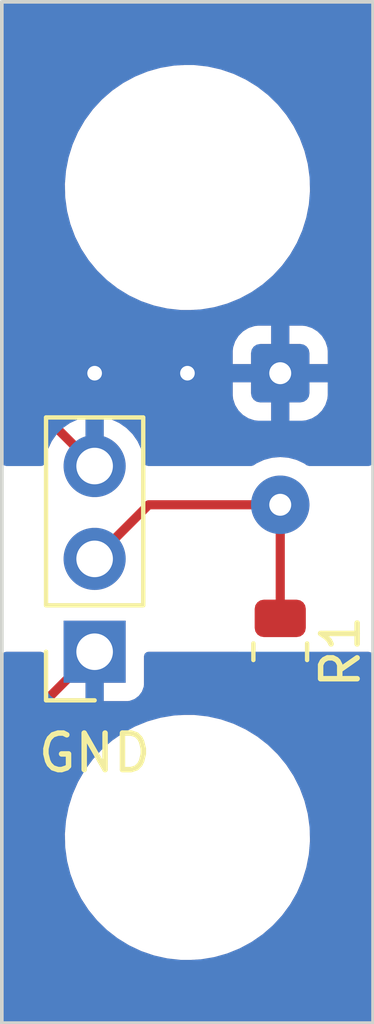
<source format=kicad_pcb>
(kicad_pcb (version 20221018) (generator pcbnew)
  (layers (0 "F.Cu" signal) (31 "B.Cu" signal) (34 "B.Paste" user) (35 "F.Paste" user) (36 "B.SilkS" user "B.Silkscreen") (37 "F.SilkS" user "F.Silkscreen") (38 "B.Mask" user) (39 "F.Mask" user) (44 "Edge.Cuts" user))
  (net 0 "")
  (net 1 "Net-(D1-A)")
  (net 2 "GND")
  (net 3 "3.3V")
  (footprint "Connector_Wire:SolderWire-0.1sqmm_1x02_P3.6mm_D0.4mm_OD1mm" (layer "F.Cu") (at 170.18 81.28 -90)
    (fp_text reference "D1" hide)
    (fp_text value "D_Photo" hide)
    (pad "1" thru_hole roundrect (at 0 0 270) (size 1.6 1.6) (drill 0.6) (layers "*.Cu" "*.Mask") (roundrect_rratio 0.15625) (net 3 "3.3V"))
    (pad "2" thru_hole circle (at 3.6 0 270) (size 1.6 1.6) (drill 0.6) (layers "*.Cu" "*.Mask") (net 1 "Net-(D1-A)"))
  )
  (footprint "MountingHole:MountingHole_2.7mm" (layer "F.Cu") (at 167.64 93.98)
    (fp_text reference "H2" hide)
    (fp_text value "MountingHole" hide)
    (pad "" np_thru_hole circle (at 0 0) (size 2.7 2.7) (drill 2.7) (layers "F&B.Cu" "*.Mask") (clearance 2))
  )
  (footprint "Connector_PinSocket_2.54mm:PinSocket_1x03_P2.54mm_Vertical" (layer "F.Cu") (at 165.1 88.9 180)
    (fp_text reference "GND" (at 0 -2.77) (layer "F.SilkS"))
    (fp_text value "Conn_01x03" hide)
    (fp_line (start -1.33 1.27) (end -1.33 6.41) (stroke (width 0.12)) (layer "F.SilkS"))
    (fp_line (start -1.33 1.27) (end 1.33 1.27) (stroke (width 0.12)) (layer "F.SilkS"))
    (fp_line (start -1.33 6.41) (end 1.33 6.41) (stroke (width 0.12)) (layer "F.SilkS"))
    (fp_line (start 0 -1.33) (end 1.33 -1.33) (stroke (width 0.12)) (layer "F.SilkS"))
    (fp_line (start 1.33 -1.33) (end 1.33 0) (stroke (width 0.12)) (layer "F.SilkS"))
    (fp_line (start 1.33 1.27) (end 1.33 6.41) (stroke (width 0.12)) (layer "F.SilkS"))
    (pad "1" thru_hole rect (at 0 0 180) (size 1.7 1.7) (drill 1) (layers "*.Cu" "*.Mask") (net 2 "GND"))
    (pad "2" thru_hole oval (at 0 2.54 180) (size 1.7 1.7) (drill 1) (layers "*.Cu" "*.Mask") (net 1 "Net-(D1-A)"))
    (pad "3" thru_hole oval (at 0 5.08 180) (size 1.7 1.7) (drill 1) (layers "*.Cu" "*.Mask") (net 3 "3.3V"))
  )
  (footprint "Resistor_SMD:R_0805_2012Metric" (layer "F.Cu") (at 170.18 88.9 -90)
    (fp_text reference "R1" (at 0 -1.65 90) (layer "F.SilkS"))
    (fp_text value "10k" hide)
    (fp_line (start -0.227064 -0.735) (end 0.227064 -0.735) (stroke (width 0.12)) (layer "F.SilkS"))
    (fp_line (start -0.227064 0.735) (end 0.227064 0.735) (stroke (width 0.12)) (layer "F.SilkS"))
    (pad "1" smd roundrect (at -0.9125 0 270) (size 1.025 1.4) (layers "F.Cu" "F.Paste" "F.Mask") (roundrect_rratio 0.243902) (net 1 "Net-(D1-A)"))
    (pad "2" smd roundrect (at 0.9125 0 270) (size 1.025 1.4) (layers "F.Cu" "F.Paste" "F.Mask") (roundrect_rratio 0.243902) (net 2 "GND"))
  )
  (footprint "MountingHole:MountingHole_2.7mm" (layer "F.Cu") (at 167.64 76.2)
    (fp_text reference "H1" hide)
    (fp_text value "MountingHole" hide)
    (pad "" np_thru_hole circle (at 0 0) (size 2.7 2.7) (drill 2.7) (layers "F&B.Cu" "*.Mask") (clearance 2))
  )
  (gr_rect (start 162.56 71.12) (end 172.72 99.06) (stroke (width 0.1)) (fill none) (layer "Edge.Cuts"))
  (segment (start 170.18 84.88) (end 170.18 87.9875) (width 0.25) (layer "F.Cu") (net 1))
  (segment (start 166.58 84.88) (end 165.1 86.36) (width 0.25) (layer "F.Cu") (net 1))
  (segment (start 170.18 84.88) (end 166.58 84.88) (width 0.25) (layer "F.Cu") (net 1))
  (segment (start 162.685 91.315) (end 162.685 91.44) (width 0.25) (layer "F.Cu") (net 2))
  (segment (start 165.1 88.9) (end 162.685 91.315) (width 0.25) (layer "F.Cu") (net 2))
  (segment (start 165.1 83.82) (end 162.685 81.405) (width 0.25) (layer "F.Cu") (net 3))
  (segment (start 162.685 81.405) (end 162.685 81.28) (width 0.25) (layer "F.Cu") (net 3))
  (via (at 167.64 81.28) (size 0.8) (drill 0.4) (layers "F.Cu" "B.Cu") (net 3))
  (via (at 165.1 81.28) (size 0.8) (drill 0.4) (layers "F.Cu" "B.Cu") (net 3))
  (zone (net 2) (net_name "GND") (layer "F.Cu") (priority 1) (connect_pads (clearance 0.5)) (min_thickness 0.25) (fill yes (thermal_gap 0.5) (thermal_bridge_width 0.5))
    (polygon (pts (xy 162.56 88.9) (xy 172.72 88.9) (xy 172.72 99.06) (xy 162.56 99.06)))
  )
  (zone (net 3) (net_name "3.3V") (layer "F.Cu") (connect_pads (clearance 0.5)) (min_thickness 0.25) (fill yes (thermal_gap 0.5) (thermal_bridge_width 0.5))
    (polygon (pts (xy 162.56 71.12) (xy 172.72 71.12) (xy 172.72 83.82) (xy 162.56 83.82)))
  )
  (zone (net 2) (net_name "GND") (layer "B.Cu") (priority 3) (connect_pads (clearance 0.5)) (min_thickness 0.25) (fill yes (thermal_gap 0.5) (thermal_bridge_width 0.5))
    (polygon (pts (xy 162.56 88.9) (xy 162.56 99.06) (xy 172.72 99.06) (xy 172.72 88.9)))
  )
  (zone (net 3) (net_name "3.3V") (layer "B.Cu") (priority 2) (connect_pads (clearance 0.5)) (min_thickness 0.25) (fill yes (thermal_gap 0.5) (thermal_bridge_width 0.5))
    (polygon (pts (xy 162.56 71.12) (xy 162.56 83.82) (xy 172.72 83.82) (xy 172.72 71.12)))
  )
)
</source>
